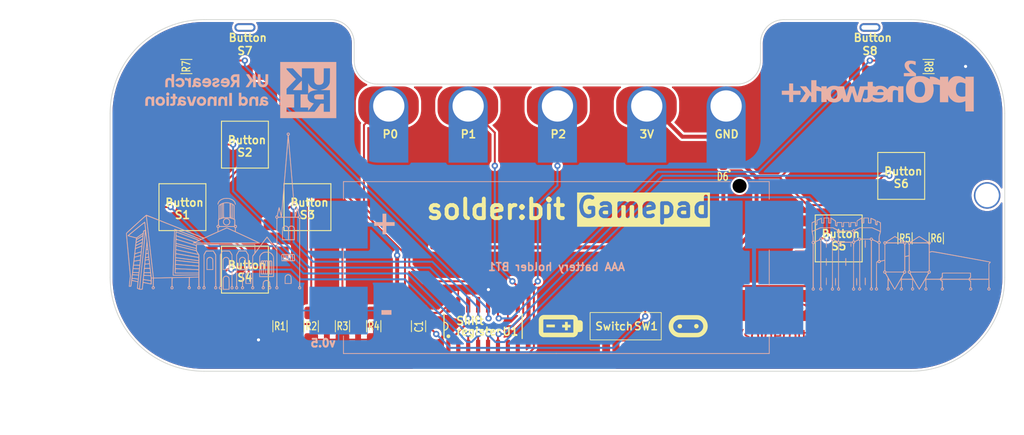
<source format=kicad_pcb>
(kicad_pcb (version 20240108) (generator "pcbnew") (generator_version "8.0")
  (title_block (title "solder:bit Gamepad") (date "2024-07-04") (rev "v0.5") (company "pro² network+") (comment 1 "Device prototyping and production summer school") (comment 2 "PCB design walk-through with KiCad") (comment 3 "Your name"))
  (layers (0 "F.Cu" signal) (31 "B.Cu" signal) (34 "B.Paste" user) (35 "F.Paste" user) (36 "B.SilkS" user "B.Silkscreen") (37 "F.SilkS" user "F.Silkscreen") (38 "B.Mask" user) (39 "F.Mask" user) (44 "Edge.Cuts" user))
  (net 0 "")
  (net 1 "GND")
  (net 2 "Vubit")
  (net 3 "Net-(R1-Pad1)")
  (net 4 "Net-(R2-Pad1)")
  (net 5 "Net-(R3-Pad1)")
  (net 6 "Net-(R4-Pad1)")
  (net 7 "PL{slash}DATA")
  (net 8 "SER")
  (net 9 "CLK")
  (net 10 "BTN_L_BUMP")
  (net 12 "BTN_R_BUMP")
  (net 14 "BTN_LEFT")
  (net 16 "BTN_UP")
  (net 19 "BTN_RIGHT")
  (net 20 "BTN_DOWN")
  (net 21 "Net-(R5-Pad1)")
  (net 22 "Net-(R6-Pad1)")
  (net 23 "BTN_Y")
  (net 24 "BTN_X")
  (net 27 "Net-(BT1-+)")
  (net 28 "Vneo")
  (footprint "Solderbit_Gamepad:Tactile_Switch" (layer "F.Cu") (at 140.264719 64.514719)
    (property "Reference" "S5")
    (property "Value" "TS-1002S-AR06026" (hide yes))
  )
  (footprint "Solderbit_Gamepad:Tactile_Switch_Right_90_Degrees" (layer "F.Cu") (at 144.264719 40.514719)
    (property "Reference" "S8")
    (property "Value" "TS-1037-A4B3-D2" (hide yes))
  )
  (footprint "Solderbit_Gamepad:1206_Resistor" (layer "F.Cu") (at 72.75 75.75 -90)
    (property "Reference" "R2")
    (property "Value" "100k" (hide yes))
  )
  (footprint "Solderbit_Gamepad:1206_Resistor" (layer "F.Cu") (at 56.764719 42.514719)
    (property "Reference" "R7")
    (property "Value" "100k" (hide yes))
  )
  (footprint "Solderbit_Gamepad:Schottky_Diode_SOD-323" (layer "F.Cu") (at 125.5 56.5 -90)
    (property "Reference" "D6")
    (property "Value" "BAT60B" (hide yes))
  )
  (footprint "Solderbit_Gamepad:Tactile_Switch" (layer "F.Cu") (at 148.264719 56.514719)
    (property "Reference" "S6")
    (property "Value" "TS-1002S-AR06026" (hide yes))
  )
  (footprint "Solderbit_Gamepad:Tactile_Switch" (layer "F.Cu") (at 56.264719 60.514719)
    (property "Reference" "S1")
    (property "Value" "TS-1002S-AR06026" (hide yes))
  )
  (footprint "Solderbit_Gamepad:Tactile_Switch_Left_90_Degrees" (layer "F.Cu") (at 64.264719 40.514719)
    (property "Reference" "S7")
    (property "Value" "TS-1037-A4B3-D2" (hide yes))
  )
  (footprint "Solderbit_Gamepad:1206_Capacitor" (layer "F.Cu") (at 86.485281 75.75 90)
    (property "Reference" "C1")
    (property "Value" "1uF" (hide yes))
  )
  (footprint "Solderbit_Gamepad:LSS_L" (layer "F.Cu") (at 148.264719 66.514719)
    (property "Reference" "G5" (hide yes))
    (property "Value" "~" (hide yes))
  )
  (footprint "Solderbit_Gamepad:Shift_Register_74HC165D" (layer "F.Cu") (at 94.75 75.75)
    (property "Reference" "U1")
    (property "Value" "74HC165" (hide yes))
  )
  (footprint "Solderbit_Gamepad:Tactile_Switch" (layer "F.Cu") (at 64.264719 52.514719)
    (property "Reference" "S2")
    (property "Value" "TS-1002S-AR06026" (hide yes))
  )
  (footprint "Solderbit_Gamepad:1206_Resistor" (layer "F.Cu") (at 148.75 64.5 -90)
    (property "Reference" "R5")
    (property "Value" "100k" (hide yes))
  )
  (footprint "Solderbit_Gamepad:1206_Resistor" (layer "F.Cu") (at 152.75 64.5 -90)
    (property "Reference" "R6")
    (property "Value" "100k" (hide yes))
  )
  (footprint "Solderbit_Gamepad:UKRI_Logo" (layer "F.Cu") (at 63.764719 45.514719)
    (property "Reference" "G4" (hide yes))
    (property "Value" "~" (hide yes))
  )
  (footprint "Solderbit_Gamepad:1206_Resistor" (layer "F.Cu") (at 80.75 75.75 -90)
    (property "Reference" "R4")
    (property "Value" "100k" (hide yes))
  )
  (footprint "Solderbit_Gamepad:LSS_R" (layer "F.Cu") (at 60.264719 61.014719)
    (property "Reference" "G6" (hide yes))
    (property "Value" "~" (hide yes))
  )
  (footprint "Solderbit_Gamepad:1206_Resistor" (layer "F.Cu") (at 68.75 75.75 -90)
    (property "Reference" "R1")
    (property "Value" "100k" (hide yes))
  )
  (footprint "Solderbit_Gamepad:Devices-Lab_Logo_H9mm" (layer "F.Cu") (at 136.5 74.9)
    (property "Reference" "G1" (hide yes))
    (property "Value" "~" (hide yes))
  )
  (footprint "Solderbit_Gamepad:Pro2_Logo" (layer "F.Cu") (at 145.497553 46.937217)
    (property "Reference" "G2" (hide yes))
    (property "Value" "~" (hide yes))
  )
  (footprint "Solderbit_Gamepad:Battery_Holder" (layer "F.Cu") (at 104.125 68.25)
    (property "Reference" "BT1" (hide yes))
    (property "Value" "BH-AAA-B5AA001" (hide yes))
  )
  (footprint "Solderbit_Gamepad:Tactile_Switch" (layer "F.Cu") (at 64.264719 68.514719)
    (property "Reference" "S4")
    (property "Value" "TS-1002S-AR06026" (hide yes))
  )
  (footprint "Solderbit_Gamepad:Sliding_Switch_DPDT" (layer "F.Cu") (at 113 75.75)
    (property "Reference" "SW1")
    (property "Value" "MST22D18G2 125" (hide yes))
  )
  (footprint "Solderbit_Gamepad:1206_Resistor" (layer "F.Cu") (at 76.75 75.75 -90)
    (property "Reference" "R3")
    (property "Value" "100k" (hide yes))
  )
  (footprint "Solderbit_Gamepad:Tactile_Switch" (layer "F.Cu") (at 72.264719 60.514719)
    (property "Reference" "S3")
    (property "Value" "TS-1002S-AR06026" (hide yes))
  )
  (footprint "Solderbit_Gamepad:Microbit_Edge_Connector" (layer "F.Cu") (at 104.264719 47.564719)
    (property "Reference" "J1" (hide yes))
    (property "Value" "Microbit" (hide yes))
  )
  (footprint "Solderbit_Gamepad:Key_Chain_Hole" (layer "F.Cu") (at 159.264719 59.014719)
    (property "Reference" "G3" (hide yes))
    (property "Value" "~" (hide yes))
  )
  (footprint "Solderbit_Gamepad:1206_Resistor" (layer "F.Cu") (at 151.764719 42.514719 180)
    (property "Reference" "R8")
    (property "Value" "100k" (hide yes))
  )
  (gr_arc (start 75.2499 36.514719) (mid 77.363504 37.385637) (end 78.25 39.492755) (stroke (width 0.1)) (layer "Edge.Cuts"))
  (gr_line (start 133.260392 36.514719) (end 149.5147 36.514719) (stroke (width 0.1)) (layer "Edge.Cuts"))
  (gr_line (start 127.25 44.764719) (end 81.25 44.764719) (stroke (width 0.1)) (layer "Edge.Cuts"))
  (gr_arc (start 149.5147 36.514719) (mid 158 40.029438) (end 161.514719 48.514719) (stroke (width 0.1)) (layer "Edge.Cuts"))
  (gr_line (start 130.25 41.7647) (end 130.25 39.5147) (stroke (width 0.1)) (layer "Edge.Cuts"))
  (gr_line (start 161.514719 48.514719) (end 161.514719 69.51472) (stroke (width 0.1)) (layer "Edge.Cuts"))
  (gr_arc (start 161.514719 69.51472) (mid 158.000001 78.000001) (end 149.51472 81.514719) (stroke (width 0.1)) (layer "Edge.Cuts"))
  (gr_arc (start 81.25 44.764719) (mid 79.128661 43.886047) (end 78.25 41.764719) (stroke (width 0.1)) (layer "Edge.Cuts"))
  (gr_line (start 47.014719 48.51472) (end 47.014719 69.51472) (stroke (width 0.1)) (layer "Edge.Cuts"))
  (gr_line (start 149.51472 81.514719) (end 59.01472 81.514719) (stroke (width 0.1)) (layer "Edge.Cuts"))
  (gr_arc (start 47.014719 48.51472) (mid 50.529438 40.029438) (end 59.01472 36.514719) (stroke (width 0.1)) (layer "Edge.Cuts"))
  (gr_line (start 78.25 41.764719) (end 78.25 39.492755) (stroke (width 0.1)) (layer "Edge.Cuts"))
  (gr_arc (start 130.25 39.5147) (mid 131.132357 37.389709) (end 133.260392 36.514719) (stroke (width 0.1)) (layer "Edge.Cuts"))
  (gr_arc (start 59.01472 81.514719) (mid 50.529439 78.000001) (end 47.014719 69.51472) (stroke (width 0.1)) (layer "Edge.Cuts"))
  (gr_arc (start 130.25 41.7647) (mid 129.37132 43.88602) (end 127.25 44.7647) (stroke (width 0.1)) (layer "Edge.Cuts"))
  (gr_line (start 75.2499 36.514719) (end 59.01472 36.514719) (stroke (width 0.1)) (layer "Edge.Cuts"))
  (gr_text "v0.5" (at 76 78.5 0) (layer "B.SilkS") (effects (font (size 1 1) (thickness 0.25) (bold yes)) (justify left bottom mirror)))
  (gr_text "solder:bit" (at 87.25 62.25 0) (layer "F.SilkS") (effects (font (size 2.5 2.5) (thickness 0.5) (bold yes)) (justify left bottom)))
  (gr_text "Gamepad" (at 106.5 62 0) (layer "F.SilkS" knockout) (effects (font (size 2.5 2.5) (thickness 0.5) (bold yes)) (justify left bottom)))
  (segment (start 97.9212 72.2667) (end 97.9212 73.00505) (width 0.25) (layer "F.Cu") (net 1))
  (segment (start 156.485281 42.514719) (end 156.5 42.5) (width 0.25) (layer "F.Cu") (net 1))
  (segment (start 68.75 77.45) (end 66.05 77.45) (width 0.25) (layer "F.Cu") (net 1))
  (segment (start 153.464719 42.514719) (end 156.485281 42.514719) (width 0.25) (layer "F.Cu") (net 1))
  (segment (start 95.426577 71.066179) (end 96.720679 71.066179) (width 0.25) (layer "F.Cu") (net 1))
  (segment (start 66.05 77.45) (end 66 77.5) (width 0.25) (layer "F.Cu") (net 1))
  (segment (start 96.720679 71.066179) (end 97.9212 72.2667) (width 0.25) (layer "F.Cu") (net 1))
  (via (at 95.426577 71.066179) (size 0.8) (drill 0.4) (layers "F.Cu" "B.Cu") (net 1))
  (via (at 156.5 42.5) (size 0.8) (drill 0.4) (layers "F.Cu" "B.Cu") (net 1))
  (via (at 66 77.5) (size 0.8) (drill 0.4) (layers "F.Cu" "B.Cu") (net 1))
  (segment (start 144.814719 62.264719) (end 143.264719 62.264719) (width 0.25) (layer "F.Cu") (net 2))
  (segment (start 123.5 51.5) (end 125.5 53.5) (width 0.5) (layer "F.Cu") (net 2))
  (segment (start 89.25625 74.05) (end 90.3012 73.00505) (width 0.25) (layer "F.Cu") (net 2))
  (segment (start 120.25 51.5) (end 123.5 51.5) (width 0.5) (layer "F.Cu") (net 2))
  (segment (start 84.75 66.5) (end 76.814719 58.564719) (width 0.25) (layer "F.Cu") (net 2))
  (segment (start 143.264719 62.264719) (end 141.25 60.25) (width 0.25) (layer "F.Cu") (net 2))
  (segment (start 86.485281 74.05) (end 89.25625 74.05) (width 0.25) (layer "F.Cu") (net 2))
  (segment (start 66.05 41.75) (end 66.264719 41.964719) (width 0.25) (layer "F.Cu") (net 2))
  (segment (start 116.314719 47.564719) (end 120.25 51.5) (width 0.5) (layer "F.Cu") (net 2))
  (segment (start 68.814719 50.264719) (end 60.814719 58.264719) (width 0.25) (layer "F.Cu") (net 2))
  (segment (start 142.264719 41.964719) (end 142.264719 47.235281) (width 0.25) (layer "F.Cu") (net 2))
  (segment (start 142.264719 47.235281) (end 132.75 56.75) (width 0.25) (layer "F.Cu") (net 2))
  (segment (start 141.25 60.25) (end 136.25 60.25) (width 0.25) (layer "F.Cu") (net 2))
  (segment (start 132.75 56.75) (end 129.75 56.75) (width 0.25) (layer "F.Cu") (net 2))
  (segment (start 68.814719 50.264719) (end 68.814719 44.514719) (width 0.25) (layer "F.Cu") (net 2))
  (segment (start 115.5 72.5) (end 120.414214 72.5) (width 0.5) (layer "F.Cu") (net 2))
  (segment (start 115.5 72.5) (end 115.5 74.5) (width 0.25) (layer "F.Cu") (net 2))
  (segment (start 86.485281 74.485281) (end 86.485281 74.05) (width 0.25) (layer "F.Cu") (net 2))
  (segment (start 120.414214 72.5) (end 129.75 63.164214) (width 0.5) (layer "F.Cu") (net 2))
  (segment (start 144.814719 62.264719) (end 152.814719 54.264719) (width 0.25) (layer "F.Cu") (net 2))
  (segment (start 84.75 72.314719) (end 84.75 66.5) (width 0.25) (layer "F.Cu") (net 2))
  (segment (start 129.75 63.164214) (end 129.75 56.75) (width 0.5) (layer "F.Cu") (net 2))
  (segment (start 129.75 56.75) (end 128.125 55.125) (width 0.5) (layer "F.Cu") (net 2))
  (segment (start 68.814719 44.514719) (end 66.653628 42.353628) (width 0.25) (layer "F.Cu") (net 2))
  (segment (start 60.814719 58.264719) (end 68.814719 66.264719) (width 0.25) (layer "F.Cu") (net 2))
  (segment (start 128.125 55.125) (end 125.5 55.125) (width 0.5) (layer "F.Cu") (net 2))
  (segment (start 136.25 60.25) (end 132.75 56.75) (width 0.25) (layer "F.Cu") (net 2))
  (segment (start 125.5 53.5) (end 125.5 55.125) (width 0.5) (layer "F.Cu") (net 2))
  (segment (start 76.814719 58.264719) (end 68.814719 50.264719) (width 0.25) (layer "F.Cu") (net 2))
  (segment (start 76.814719 58.564719) (end 76.814719 58.264719) (width 0.25) (layer "F.Cu") (net 2))
  (segment (start 86.485281 74.05) (end 84.75 72.314719) (width 0.25) (layer "F.Cu") (net 2))
  (segment (start 115.694719 47.564719) (end 116.314719 47.564719) (width 0.5) (layer "F.Cu") (net 2))
  (segment (start 88.75 76.75) (end 86.485281 74.485281) (width 0.25) (layer "F.Cu") (net 2))
  (via (at 88.75 76.75) (size 0.8) (drill 0.4) (layers "F.Cu" "B.Cu") (net 2))
  (via (at 115.5 74.5) (size 0.8) (drill 0.4) (layers "F.Cu" "B.Cu") (net 2))
  (segment (start 90.525 78.525) (end 88.75 76.75) (width 0.25) (layer "B.Cu") (net 2))
  (segment (start 115.5 74.5) (end 111.475 78.525) (width 0.25) (layer "B.Cu") (net 2))
  (segment (start 111.475 78.525) (end 90.525 78.525) (width 0.25) (layer "B.Cu") (net 2))
  (segment (start 68.75 74) (end 64.75 70) (width 0.25) (layer "F.Cu") (net 3))
  (segment (start 64.75 66.7) (end 60.814719 62.764719) (width 0.25) (layer "F.Cu") (net 3))
  (segment (start 64.75 70) (end 64.75 66.7) (width 0.25) (layer "F.Cu") (net 3))
  (segment (start 68.75 74.05) (end 68.75 74) (width 0.25) (layer "F.Cu") (net 3))
  (segment (start 72.75 74.05) (end 72.75 58.7) (width 0.25) (layer "F.Cu") (net 4))
  (segment (start 72.75 58.7) (end 68.814719 54.764719) (width 0.25) (layer "F.Cu") (net 4))
  (segment (start 76.75 62.829438) (end 76.814719 62.764719) (width 0.25) (layer "F.Cu") (net 5))
  (segment (start 76.75 74.05) (end 76.75 62.829438) (width 0.25) (layer "F.Cu") (net 5))
  (segment (start 71.796358 75.475) (end 70.25 73.928642) (width 0.25) (layer "F.Cu") (net 6))
  (segment (start 70.25 73.928642) (end 70.25 72.2) (width 0.25) (layer "F.Cu") (net 6))
  (segment (start 80.75 74.05) (end 79.325 75.475) (width 0.25) (layer "F.Cu") (net 6))
  (segment (start 70.25 72.2) (end 68.814719 70.764719) (width 0.25) (layer "F.Cu") (net 6))
  (segment (start 79.325 75.475) (end 71.796358 75.475) (width 0.25) (layer "F.Cu") (net 6))
  (segment (start 92.3078 75.75) (end 98.534 75.75) (width 0.25) (layer "F.Cu") (net 7))
  (segment (start 90.3012 77.7566) (end 92.3078 75.75) (width 0.25) (layer "F.Cu") (net 7))
  (segment (start 96.249649 55.214719) (end 96.25 55.214368) (width 0.25) (layer "F.Cu") (net 7))
  (segment (start 96.25 55.214368) (end 96.25 50.98) (width 0.25) (layer "F.Cu") (net 7))
  (segment (start 98.534 75.75) (end 99.8829 74.4011) (width 0.25) (layer "F.Cu") (net 7))
  (segment (start 90.3012 78.49495) (end 90.3012 77.7566) (width 0.25) (layer "F.Cu") (net 7))
  (segment (start 89.514719 47.564719) (end 92.834719 47.564719) (width 0.25) (layer "F.Cu") (net 7))
  (segment (start 96.25 50.98) (end 92.834719 47.564719) (width 0.25) (layer "F.Cu") (net 7))
  (segment (start 99.8829 74.4011) (end 99.8829 71.3829) (width 0.25) (layer "F.Cu") (net 7))
  (segment (start 99.8829 71.3829) (end 98.5 70) (width 0.25) (layer "F.Cu") (net 7))
  (via (at 98.5 70) (size 0.8) (drill 0.4) (layers "F.Cu" "B.Cu") (net 7))
  (via (at 96.249649 55.214719) (size 0.8) (drill 0.4) (layers "F.Cu" "B.Cu") (net 7))
  (segment (start 96.25 55.21507) (end 96.25 67.75) (width 0.25) (layer "B.Cu") (net 7))
  (segment (start 96.249649 55.214719) (end 96.25 55.21507) (width 0.25) (layer "B.Cu") (net 7))
  (segment (start 96.25 67.75) (end 98.5 70) (width 0.25) (layer "B.Cu") (net 7))
  (segment (start 99.1912 72.5588) (end 99.25 72.5) (width 0.25) (layer "F.Cu") (net 8))
  (segment (start 99.1912 73.00505) (end 99.00505 73.00505) (width 0.25) (layer "F.Cu") (net 8))
  (segment (start 99.1912 73.00505) (end 99.1912 72.5588) (width 0.25) (layer "F.Cu") (net 8))
  (segment (start 79.5 60.472182) (end 79.5 49.996976) (width 0.25) (layer "F.Cu") (net 8))
  (segment (start 96.9245 70) (end 87.25 70) (width 0.25) (layer "F.Cu") (net 8))
  (segment (start 99.1912 72.2667) (end 96.9245 70) (width 0.25) (layer "F.Cu") (net 8))
  (segment (start 85.3 66.272182) (end 79.5 60.472182) (width 0.25) (layer "F.Cu") (net 8))
  (segment (start 85.3 68.05) (end 85.3 66.272182) (width 0.25) (layer "F.Cu") (net 8))
  (segment (start 87.25 70) (end 85.3 68.05) (width 0.25) (layer "F.Cu") (net 8))
  (segment (start 79.5 49.996976) (end 82.303488 47.193488) (width 0.25) (layer "F.Cu") (net 8))
  (segment (start 99.1912 73.00505) (end 99.1912 72.2667) (width 0.25) (layer "F.Cu") (net 8))
  (segment (start 99.00505 73.00505) (end 99 73) (width 0.25) (layer "F.Cu") (net 8))
  (segment (start 101.25 70.5) (end 101.25 78.5579) (width 0.25) (layer "F.Cu") (net 9))
  (segment (start 101.75 70) (end 101.25 70.5) (width 0.25) (layer "F.Cu") (net 9))
  (segment (start 101.25 78.5579) (end 99.8079 80) (width 0.25) (layer "F.Cu") (net 9))
  (segment (start 91.5712 79.5712) (end 91.5712 78.49495) (width 0.25) (layer "F.Cu") (net 9))
  (segment (start 104.264719 55.210427) (end 104.264719 47.564719) (width 0.25) (layer "F.Cu") (net 9))
  (segment (start 99.8079 80) (end 92 80) (width 0.25) (layer "F.Cu") (net 9))
  (segment (start 104.269011 55.214719) (end 104.264719 55.210427) (width 0.25) (layer "F.Cu") (net 9))
  (segment (start 92 80) (end 91.5712 79.5712) (width 0.25) (layer "F.Cu") (net 9))
  (via (at 101.75 70) (size 0.8) (drill 0.4) (layers "F.Cu" "B.Cu") (net 9))
  (via (at 104.269011 55.214719) (size 0.8) (drill 0.4) (layers "F.Cu" "B.Cu") (net 9))
  (segment (start 104.269011 57.730989) (end 101.75 60.25) (width 0.25) (layer "B.Cu") (net 9))
  (segment (start 101.75 60.25) (end 101.75 70) (width 0.25) (layer "B.Cu") (net 9))
  (segment (start 104.269011 55.214719) (end 104.269011 57.730989) (width 0.25) (layer "B.Cu") (net 9))
  (segment (start 61.714719 42.514719) (end 62.264719 41.964719) (width 0.25) (layer "F.Cu") (net 10))
  (segment (start 95.3812 74.681203) (end 95.449997 74.75) (width 0.25) (layer "F.Cu") (net 10))
  (segment (start 62.479438 41.75) (end 62.264719 41.964719) (width 0.25) (layer "F.Cu") (net 10))
  (segment (start 95.3812 73.00505) (end 95.3812 74.681203) (width 0.25) (layer "F.Cu") (net 10))
  (segment (start 58.464719 42.514719) (end 61.714719 42.514719) (width 0.25) (layer "F.Cu") (net 10))
  (segment (start 64.25 41.75) (end 62.479438 41.75) (width 0.25) (layer "F.Cu") (net 10))
  (via (at 95.449997 74.75) (size 0.8) (drill 0.4) (layers "F.Cu" "B.Cu") (net 10))
  (via (at 64.25 41.75) (size 0.8) (drill 0.4) (layers "F.Cu" "B.Cu") (net 10))
  (segment (start 64.25 41.75) (end 64.25 42.43934) (width 0.25) (layer "B.Cu") (net 10))
  (segment (start 64.25 42.43934) (end 95.449997 73.639337) (width 0.25) (layer "B.Cu") (net 10))
  (segment (start 95.449997 73.639337) (end 95.449997 74.75) (width 0.25) (layer "B.Cu") (net 10))
  (segment (start 144.25 41.75) (end 146.05 41.75) (width 0.25) (layer "F.Cu") (net 12))
  (segment (start 146.814719 42.514719) (end 146.264719 41.964719) (width 0.25) (layer "F.Cu") (net 12))
  (segment (start 146.05 41.75) (end 146.264719 41.964719) (width 0.25) (layer "F.Cu") (net 12))
  (segment (start 96.6512 74.6512) (end 96.75 74.75) (width 0.25) (layer "F.Cu") (net 12))
  (segment (start 150.064719 42.514719) (end 146.814719 42.514719) (width 0.25) (layer "F.Cu") (net 12))
  (segment (start 96.6512 73.00505) (end 96.6512 74.6512) (width 0.25) (layer "F.Cu") (net 12))
  (via (at 96.75 74.75) (size 0.8) (drill 0.4) (layers "F.Cu" "B.Cu") (net 12))
  (via (at 144.25 41.75) (size 0.8) (drill 0.4) (layers "F.Cu" "B.Cu") (net 12))
  (segment (start 130 56) (end 144.25 41.75) (width 0.25) (layer "B.Cu") (net 12))
  (segment (start 117.12868 56) (end 130 56) (width 0.25) (layer "B.Cu") (net 12))
  (segment (start 96.75 74.75) (end 98.37868 74.75) (width 0.25) (layer "B.Cu") (net 12))
  (segment (start 98.37868 74.75) (end 117.12868 56) (width 0.25) (layer "B.Cu") (net 12))
  (segment (start 52.485281 62.764719) (end 51.714719 62.764719) (width 0.25) (layer "F.Cu") (net 14))
  (segment (start 53.979438 60.5) (end 54.75 60.5) (width 0.25) (layer "F.Cu") (net 14))
  (segment (start 92.8412 78.49495) (end 92.8412 76.758791) (width 0.25) (layer "F.Cu") (net 14))
  (segment (start 51.714719 62.764719) (end 53.979438 60.5) (width 0.25) (layer "F.Cu") (net 14))
  (segment (start 92.8412 76.758791) (end 92.849991 76.75) (width 0.25) (layer "F.Cu") (net 14))
  (via (at 92.849991 76.75) (size 0.8) (drill 0.4) (layers "F.Cu" "B.Cu") (net 14))
  (via (at 54.75 60.5) (size 0.8) (drill 0.4) (layers "F.Cu" "B.Cu") (net 14))
  (segment (start 71.75 69) (end 68.25 65.5) (width 0.25) (layer "B.Cu") (net 14))
  (segment (start 92.81066 76.75) (end 85.06066 69) (width 0.25) (layer "B.Cu") (net 14))
  (segment (start 85.06066 69) (end 71.75 69) (width 0.25) (layer "B.Cu") (net 14))
  (segment (start 92.849991 76.75) (end 92.81066 76.75) (width 0.25) (layer "B.Cu") (net 14))
  (segment (start 59.75 65.5) (end 54.75 60.5) (width 0.25) (layer "B.Cu") (net 14))
  (segment (start 68.25 65.5) (end 59.75 65.5) (width 0.25) (layer "B.Cu") (net 14))
  (segment (start 61.979438 52.5) (end 59.714719 54.764719) (width 0.25) (layer "F.Cu") (net 16))
  (segment (start 62.75 52.5) (end 61.979438 52.5) (width 0.25) (layer "F.Cu") (net 16))
  (segment (start 92.8412 73.00505) (end 92.8412 74.741209) (width 0.25) (layer "F.Cu") (net 16))
  (segment (start 92.8412 74.741209) (end 92.849991 74.75) (width 0.25) (layer "F.Cu") (net 16))
  (via (at 62.75 52.5) (size 0.8) (drill 0.4) (layers "F.Cu" "B.Cu") (net 16))
  (via (at 92.849991 74.75) (size 0.8) (drill 0.4) (layers "F.Cu" "B.Cu") (net 16))
  (segment (start 72.5 68.25) (end 62.75 58.5) (width 0.25) (layer "B.Cu") (net 16))
  (segment (start 87.93934 68.25) (end 72.5 68.25) (width 0.25) (layer "B.Cu") (net 16))
  (segment (start 92.849991 74.75) (end 92.849991 73.160651) (width 0.25) (layer "B.Cu") (net 16))
  (segment (start 62.75 58.5) (end 62.75 52.5) (width 0.25) (layer "B.Cu") (net 16))
  (segment (start 92.849991 73.160651) (end 87.93934 68.25) (width 0.25) (layer "B.Cu") (net 16))
  (segment (start 94.1112 74.711206) (end 94.149994 74.75) (width 0.25) (layer "F.Cu") (net 19))
  (segment (start 70.5 60.5) (end 69.979438 60.5) (width 0.25) (layer "F.Cu") (net 19))
  (segment (start 94.1112 73.00505) (end 94.1112 74.711206) (width 0.25) (layer "F.Cu") (net 19))
  (segment (start 69.979438 60.5) (end 67.714719 62.764719) (width 0.25) (layer "F.Cu") (net 19))
  (via (at 94.149994 74.75) (size 0.8) (drill 0.4) (layers "F.Cu" "B.Cu") (net 19))
  (via (at 70.5 60.5) (size 0.8) (drill 0.4) (layers "F.Cu" "B.Cu") (net 19))
  (segment (start 72.975 67.5) (end 70.5 65.025) (width 0.25) (layer "B.Cu") (net 19))
  (segment (start 94.149994 73.399994) (end 88.25 67.5) (width 0.25) (layer "B.Cu") (net 19))
  (segment (start 88.25 67.5) (end 72.975 67.5) (width 0.25) (layer "B.Cu") (net 19))
  (segment (start 70.5 65.025) (end 70.5 60.5) (width 0.25) (layer "B.Cu") (net 19))
  (segment (start 94.149994 74.75) (end 94.149994 73.399994) (width 0.25) (layer "B.Cu") (net 19))
  (segment (start 94.1112 78.49495) (end 94.1112 76.788794) (width 0.25) (layer "F.Cu") (net 20))
  (segment (start 60.235281 70.764719) (end 59.714719 70.764719) (width 0.25) (layer "F.Cu") (net 20))
  (segment (start 94.1112 76.788794) (end 94.149994 76.75) (width 0.25) (layer "F.Cu") (net 20))
  (segment (start 59.714719 70.764719) (end 61.979438 68.5) (width 0.25) (layer "F.Cu") (net 20))
  (segment (start 61.979438 68.5) (end 62.5 68.5) (width 0.25) (layer "F.Cu") (net 20))
  (via (at 94.149994 76.75) (size 0.8) (drill 0.4) (layers "F.Cu" "B.Cu") (net 20))
  (via (at 62.5 68.5) (size 0.8) (drill 0.4) (layers "F.Cu" "B.Cu") (net 20))
  (segment (start 94.149994 76.75) (end 94.149994 76.899566) (width 0.25) (layer "B.Cu") (net 20))
  (segment (start 71.43934 69.75) (end 70.18934 68.5) (width 0.25) (layer "B.Cu") (net 20))
  (segment (start 84.75 69.75) (end 71.43934 69.75) (width 0.25) (layer "B.Cu") (net 20))
  (segment (start 93.27456 77.775) (end 92.708264 77.775) (width 0.25) (layer "B.Cu") (net 20))
  (segment (start 70.18934 68.5) (end 62.5 68.5) (width 0.25) (layer "B.Cu") (net 20))
  (segment (start 92.708264 77.775) (end 92.024991 77.091727) (width 0.25) (layer "B.Cu") (net 20))
  (segment (start 94.149994 76.899566) (end 93.27456 77.775) (width 0.25) (layer "B.Cu") (net 20))
  (segment (start 92.024991 77.024991) (end 84.75 69.75) (width 0.25) (layer "B.Cu") (net 20))
  (segment (start 92.024991 77.091727) (end 92.024991 77.024991) (width 0.25) (layer "B.Cu") (net 20))
  (segment (start 148.75 62.8) (end 148.75 62.829438) (width 0.25) (layer "F.Cu") (net 21))
  (segment (start 148.75 62.829438) (end 144.814719 66.764719) (width 0.25) (layer "F.Cu") (net 21))
  (segment (start 152.75 62.8) (end 152.75 58.829438) (width 0.25) (layer "F.Cu") (net 22))
  (segment (start 152.75 58.829438) (end 152.814719 58.764719) (width 0.25) (layer "F.Cu") (net 22))
  (segment (start 95.3812 76.818797) (end 95.449997 76.75) (width 0.25) (layer "F.Cu") (net 23))
  (segment (start 138.75 64.5) (end 137.979438 64.5) (width 0.25) (layer "F.Cu") (net 23))
  (segment (start 95.3812 78.49495) (end 95.3812 76.818797) (width 0.25) (layer "F.Cu") (net 23))
  (segment (start 137.979438 64.5) (end 135.714719 66.764719) (width 0.25) (layer "F.Cu") (net 23))
  (via (at 138.75 64.5) (size 0.8) (drill 0.4) (layers "F.Cu" "B.Cu") (net 23))
  (via (at 95.449997 76.75) (size 0.8) (drill 0.4) (layers "F.Cu" "B.Cu") (net 23))
  (segment (start 97.475 77.775) (end 96.325431 77.775) (width 0.25) (layer "B.Cu") (net 23))
  (segment (start 136.525 59.25) (end 116 59.25) (width 0.25) (layer "B.Cu") (net 23))
  (segment (start 96.325431 77.775) (end 95.449997 76.899566) (width 0.25) (layer "B.Cu") (net 23))
  (segment (start 95.449997 76.899566) (end 95.449997 76.75) (width 0.25) (layer "B.Cu") (net 23))
  (segment (start 138.75 61.475) (end 136.525 59.25) (width 0.25) (layer "B.Cu") (net 23))
  (segment (start 116 59.25) (end 97.475 77.775) (width 0.25) (layer "B.Cu") (net 23))
  (segment (start 138.75 64.5) (end 138.75 61.475) (width 0.25) (layer "B.Cu") (net 23))
  (segment (start 143.514719 58.764719) (end 143.5 58.75) (width 0.25) (layer "F.Cu") (net 24))
  (segment (start 96.6512 78.49495) (end 96.6512 76.8488) (width 0.25) (layer "F.Cu") (net 24))
  (segment (start 143.714719 58.764719) (end 143.514719 58.764719) (width 0.25) (layer "F.Cu") (net 24))
  (segment (start 145.979438 56.5) (end 146.75 56.5) (width 0.25) (layer "F.Cu") (net 24))
  (segment (start 96.6512 76.8488) (end 96.75 76.75) (width 0.25) (layer "F.Cu") (net 24))
  (segment (start 143.714719 58.764719) (end 145.979438 56.5) (width 0.25) (layer "F.Cu") (net 24))
  (via (at 146.75 56.5) (size 0.8) (drill 0.4) (layers "F.Cu" "B.Cu") (net 24))
  (via (at 96.75 76.75) (size 0.8) (drill 0.4) (layers "F.Cu" "B.Cu") (net 24))
  (segment (start 117.68934 56.5) (end 97.43934 76.75) (width 0.25) (layer "B.Cu") (net 24))
  (segment (start 97.43934 76.75) (end 96.75 76.75) (width 0.25) (layer "B.Cu") (net 24))
  (segment (start 146.75 56.5) (end 117.68934 56.5) (width 0.25) (layer "B.Cu") (net 24))
  (segment (start 83.75 66.675) (end 83.75 78.25) (width 0.5) (layer "F.Cu") (net 27))
  (segment (start 111.325 80.675) (end 113 79) (width 0.5) (layer "F.Cu") (net 27))
  (segment (start 86.175 80.675) (end 111.325 80.675) (width 0.5) (layer "F.Cu") (net 27))
  (segment (start 83.75 78.25) (end 86.175 80.675) (width 0.5) (layer "F.Cu") (net 27))
  (via (at 83.75 66.675) (size 0.8) (drill 0.4) (layers "F.Cu" "B.Cu") (net 27))
  (segment (start 83.75 65.925) (end 80.575 62.75) (width 0.5) (layer "B.Cu") (net 27))
  (segment (start 80.575 62.75) (end 76.25 62.75) (width 0.5) (layer "B.Cu") (net 27))
  (segment (start 83.75 66.675) (end 83.75 65.925) (width 0.5) (layer "B.Cu") (net 27))
  (segment (start 120.164719 65.664719) (end 118.6 65.664719) (width 0.5) (layer "F.Cu") (net 28))
  (segment (start 94.564719 65.6) (end 94.5 65.664719) (width 0.25) (layer "F.Cu") (net 28))
  (segment (start 118.564719 65.629438) (end 118.6 65.664719) (width 0.25) (layer "F.Cu") (net 28))
  (segment (start 110.5 77) (end 113 74.5) (width 0.5) (layer "F.Cu") (net 28))
  (segment (start 120 70.75) (end 121.5 69.25) (width 0.5) (layer "F.Cu") (net 28))
  (segment (start 125.5 63.063258) (end 121.563258 67) (width 0.5) (layer "F.Cu") (net 28))
  (segment (start 118.6 65.664719) (end 110.6 65.664719) (width 0.5) (layer "F.Cu") (net 28))
  (segment (start 102.564719 65.529438) (end 102.7 65.664719) (width 0.25) (layer "F.Cu") (net 28))
  (segment (start 110.5 79) (end 110.5 77) (width 0.5) (layer "F.Cu") (net 28))
  (segment (start 113 72) (end 114.25 70.75) (width 0.5) (layer "F.Cu") (net 28))
  (segment (start 121.563258 67) (end 121.5 67) (width 0.5) (layer "F.Cu") (net 28))
  (segment (start 110.564719 65.629438) (end 110.6 65.664719) (width 0.25) (layer "F.Cu") (net 28))
  (segment (start 121.5 67) (end 120.164719 65.664719) (width 0.5) (layer "F.Cu") (net 28))
  (segment (start 94.5 65.664719) (end 88.235281 65.664719) (width 0.5) (layer "F.Cu") (net 28))
  (segment (start 113 72.5) (end 113 72) (width 0.5) (layer "F.Cu") (net 28))
  (segment (start 125.5 57.875) (end 125.5 63.063258) (width 0.5) (layer "F.Cu") (net 28))
  (segment (start 102.7 65.664719) (end 94.5 65.664719) (width 0.5) (layer "F.Cu") (net 28))
  (segment (start 114.25 70.75) (end 120 70.75) (width 0.5) (layer "F.Cu") (net 28))
  (segment (start 113 74.5) (end 113 72.5) (width 0.5) (layer "F.Cu") (net 28))
  (segment (start 110.6 65.664719) (end 102.7 65.664719) (width 0.5) (layer "F.Cu") (net 28))
  (segment (start 121.5 69.25) (end 121.5 67) (width 0.5) (layer "F.Cu") (net 28))
  (zone (net 1) (net_name "GND") (layers "F&B.Cu") (connect_pads (clearance 0.25)) (min_thickness 0.2) (fill yes (thermal_gap 0.75) (thermal_bridge_width 0.2) (island_removal_mode 2) (island_area_min 10))
    (polygon (pts (xy 45 34) (xy 45 83) (xy 164 83) (xy 164 34)))
  )
)
</source>
